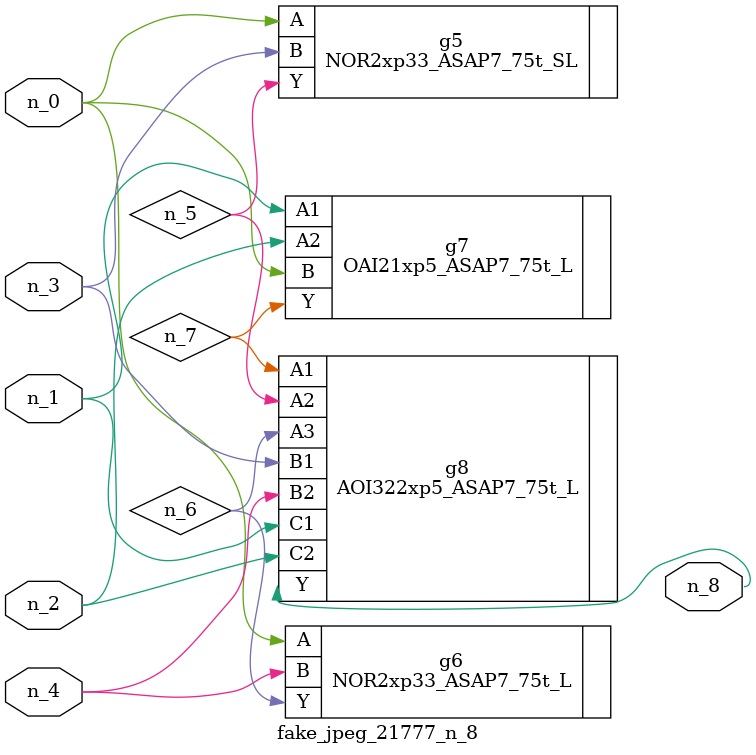
<source format=v>
module fake_jpeg_21777_n_8 (n_3, n_2, n_1, n_0, n_4, n_8);

input n_3;
input n_2;
input n_1;
input n_0;
input n_4;

output n_8;

wire n_6;
wire n_5;
wire n_7;

NOR2xp33_ASAP7_75t_SL g5 ( 
.A(n_0),
.B(n_3),
.Y(n_5)
);

NOR2xp33_ASAP7_75t_L g6 ( 
.A(n_0),
.B(n_4),
.Y(n_6)
);

OAI21xp5_ASAP7_75t_L g7 ( 
.A1(n_1),
.A2(n_2),
.B(n_0),
.Y(n_7)
);

AOI322xp5_ASAP7_75t_L g8 ( 
.A1(n_7),
.A2(n_5),
.A3(n_6),
.B1(n_3),
.B2(n_4),
.C1(n_1),
.C2(n_2),
.Y(n_8)
);


endmodule
</source>
